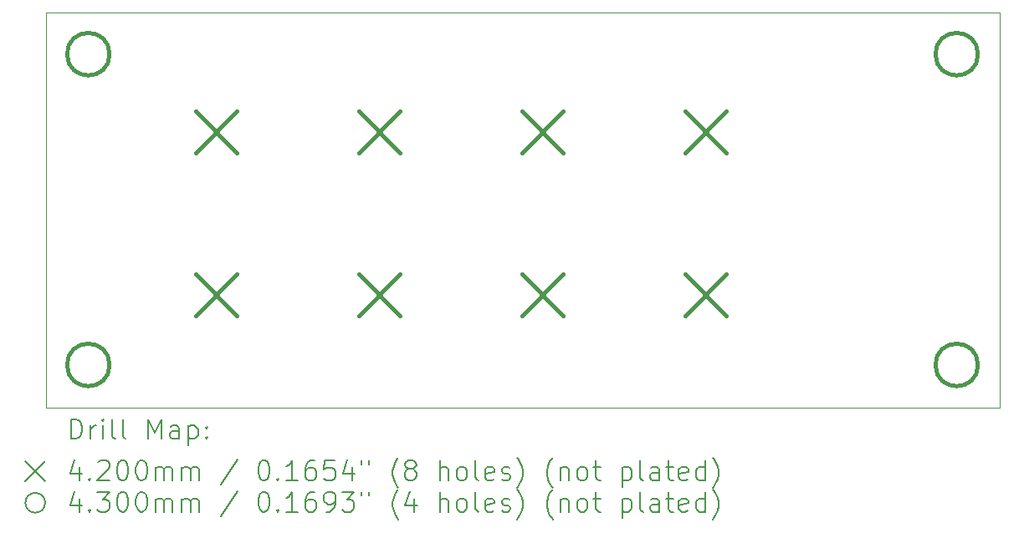
<source format=gbr>
%TF.GenerationSoftware,KiCad,Pcbnew,7.0.8*%
%TF.CreationDate,2023-10-22T18:36:18+02:00*%
%TF.ProjectId,Second test with RGB LEDs,5365636f-6e64-4207-9465-737420776974,rev?*%
%TF.SameCoordinates,Original*%
%TF.FileFunction,Drillmap*%
%TF.FilePolarity,Positive*%
%FSLAX45Y45*%
G04 Gerber Fmt 4.5, Leading zero omitted, Abs format (unit mm)*
G04 Created by KiCad (PCBNEW 7.0.8) date 2023-10-22 18:36:18*
%MOMM*%
%LPD*%
G01*
G04 APERTURE LIST*
%ADD10C,0.100000*%
%ADD11C,0.200000*%
%ADD12C,0.420000*%
%ADD13C,0.430000*%
G04 APERTURE END LIST*
D10*
X20624800Y-8001000D02*
X10972800Y-8001000D01*
X10972800Y-4000500D02*
X10972800Y-8001000D01*
X10972800Y-4000500D02*
X20624800Y-4000500D01*
X20624800Y-4000500D02*
X20624800Y-8001000D01*
D11*
D12*
X12489999Y-4997001D02*
X12909999Y-5417001D01*
X12909999Y-4997001D02*
X12489999Y-5417001D01*
X12489999Y-6648000D02*
X12909999Y-7068000D01*
X12909999Y-6648000D02*
X12489999Y-7068000D01*
X14140999Y-6648000D02*
X14560999Y-7068000D01*
X14560999Y-6648000D02*
X14140999Y-7068000D01*
X14141000Y-4997000D02*
X14561000Y-5417000D01*
X14561000Y-4997000D02*
X14141000Y-5417000D01*
X15791999Y-6648000D02*
X16211999Y-7068000D01*
X16211999Y-6648000D02*
X15791999Y-7068000D01*
X15792000Y-4997000D02*
X16212000Y-5417000D01*
X16212000Y-4997000D02*
X15792000Y-5417000D01*
X17442999Y-6648000D02*
X17862999Y-7068000D01*
X17862999Y-6648000D02*
X17442999Y-7068000D01*
X17443000Y-4997000D02*
X17863000Y-5417000D01*
X17863000Y-4997000D02*
X17443000Y-5417000D01*
D13*
X11619600Y-4419600D02*
G75*
G03*
X11619600Y-4419600I-215000J0D01*
G01*
X11619600Y-7569200D02*
G75*
G03*
X11619600Y-7569200I-215000J0D01*
G01*
X20408000Y-4419600D02*
G75*
G03*
X20408000Y-4419600I-215000J0D01*
G01*
X20408000Y-7569200D02*
G75*
G03*
X20408000Y-7569200I-215000J0D01*
G01*
D11*
X11228577Y-8317484D02*
X11228577Y-8117484D01*
X11228577Y-8117484D02*
X11276196Y-8117484D01*
X11276196Y-8117484D02*
X11304767Y-8127008D01*
X11304767Y-8127008D02*
X11323815Y-8146055D01*
X11323815Y-8146055D02*
X11333339Y-8165103D01*
X11333339Y-8165103D02*
X11342862Y-8203198D01*
X11342862Y-8203198D02*
X11342862Y-8231769D01*
X11342862Y-8231769D02*
X11333339Y-8269865D01*
X11333339Y-8269865D02*
X11323815Y-8288912D01*
X11323815Y-8288912D02*
X11304767Y-8307960D01*
X11304767Y-8307960D02*
X11276196Y-8317484D01*
X11276196Y-8317484D02*
X11228577Y-8317484D01*
X11428577Y-8317484D02*
X11428577Y-8184150D01*
X11428577Y-8222246D02*
X11438101Y-8203198D01*
X11438101Y-8203198D02*
X11447624Y-8193674D01*
X11447624Y-8193674D02*
X11466672Y-8184150D01*
X11466672Y-8184150D02*
X11485720Y-8184150D01*
X11552386Y-8317484D02*
X11552386Y-8184150D01*
X11552386Y-8117484D02*
X11542862Y-8127008D01*
X11542862Y-8127008D02*
X11552386Y-8136531D01*
X11552386Y-8136531D02*
X11561910Y-8127008D01*
X11561910Y-8127008D02*
X11552386Y-8117484D01*
X11552386Y-8117484D02*
X11552386Y-8136531D01*
X11676196Y-8317484D02*
X11657148Y-8307960D01*
X11657148Y-8307960D02*
X11647624Y-8288912D01*
X11647624Y-8288912D02*
X11647624Y-8117484D01*
X11780958Y-8317484D02*
X11761910Y-8307960D01*
X11761910Y-8307960D02*
X11752386Y-8288912D01*
X11752386Y-8288912D02*
X11752386Y-8117484D01*
X12009529Y-8317484D02*
X12009529Y-8117484D01*
X12009529Y-8117484D02*
X12076196Y-8260341D01*
X12076196Y-8260341D02*
X12142862Y-8117484D01*
X12142862Y-8117484D02*
X12142862Y-8317484D01*
X12323815Y-8317484D02*
X12323815Y-8212722D01*
X12323815Y-8212722D02*
X12314291Y-8193674D01*
X12314291Y-8193674D02*
X12295243Y-8184150D01*
X12295243Y-8184150D02*
X12257148Y-8184150D01*
X12257148Y-8184150D02*
X12238101Y-8193674D01*
X12323815Y-8307960D02*
X12304767Y-8317484D01*
X12304767Y-8317484D02*
X12257148Y-8317484D01*
X12257148Y-8317484D02*
X12238101Y-8307960D01*
X12238101Y-8307960D02*
X12228577Y-8288912D01*
X12228577Y-8288912D02*
X12228577Y-8269865D01*
X12228577Y-8269865D02*
X12238101Y-8250817D01*
X12238101Y-8250817D02*
X12257148Y-8241293D01*
X12257148Y-8241293D02*
X12304767Y-8241293D01*
X12304767Y-8241293D02*
X12323815Y-8231769D01*
X12419053Y-8184150D02*
X12419053Y-8384150D01*
X12419053Y-8193674D02*
X12438101Y-8184150D01*
X12438101Y-8184150D02*
X12476196Y-8184150D01*
X12476196Y-8184150D02*
X12495243Y-8193674D01*
X12495243Y-8193674D02*
X12504767Y-8203198D01*
X12504767Y-8203198D02*
X12514291Y-8222246D01*
X12514291Y-8222246D02*
X12514291Y-8279388D01*
X12514291Y-8279388D02*
X12504767Y-8298436D01*
X12504767Y-8298436D02*
X12495243Y-8307960D01*
X12495243Y-8307960D02*
X12476196Y-8317484D01*
X12476196Y-8317484D02*
X12438101Y-8317484D01*
X12438101Y-8317484D02*
X12419053Y-8307960D01*
X12600005Y-8298436D02*
X12609529Y-8307960D01*
X12609529Y-8307960D02*
X12600005Y-8317484D01*
X12600005Y-8317484D02*
X12590482Y-8307960D01*
X12590482Y-8307960D02*
X12600005Y-8298436D01*
X12600005Y-8298436D02*
X12600005Y-8317484D01*
X12600005Y-8193674D02*
X12609529Y-8203198D01*
X12609529Y-8203198D02*
X12600005Y-8212722D01*
X12600005Y-8212722D02*
X12590482Y-8203198D01*
X12590482Y-8203198D02*
X12600005Y-8193674D01*
X12600005Y-8193674D02*
X12600005Y-8212722D01*
X10767800Y-8546000D02*
X10967800Y-8746000D01*
X10967800Y-8546000D02*
X10767800Y-8746000D01*
X11314291Y-8604150D02*
X11314291Y-8737484D01*
X11266672Y-8527960D02*
X11219053Y-8670817D01*
X11219053Y-8670817D02*
X11342862Y-8670817D01*
X11419053Y-8718436D02*
X11428577Y-8727960D01*
X11428577Y-8727960D02*
X11419053Y-8737484D01*
X11419053Y-8737484D02*
X11409529Y-8727960D01*
X11409529Y-8727960D02*
X11419053Y-8718436D01*
X11419053Y-8718436D02*
X11419053Y-8737484D01*
X11504767Y-8556531D02*
X11514291Y-8547008D01*
X11514291Y-8547008D02*
X11533339Y-8537484D01*
X11533339Y-8537484D02*
X11580958Y-8537484D01*
X11580958Y-8537484D02*
X11600005Y-8547008D01*
X11600005Y-8547008D02*
X11609529Y-8556531D01*
X11609529Y-8556531D02*
X11619053Y-8575579D01*
X11619053Y-8575579D02*
X11619053Y-8594627D01*
X11619053Y-8594627D02*
X11609529Y-8623198D01*
X11609529Y-8623198D02*
X11495243Y-8737484D01*
X11495243Y-8737484D02*
X11619053Y-8737484D01*
X11742862Y-8537484D02*
X11761910Y-8537484D01*
X11761910Y-8537484D02*
X11780958Y-8547008D01*
X11780958Y-8547008D02*
X11790482Y-8556531D01*
X11790482Y-8556531D02*
X11800005Y-8575579D01*
X11800005Y-8575579D02*
X11809529Y-8613674D01*
X11809529Y-8613674D02*
X11809529Y-8661293D01*
X11809529Y-8661293D02*
X11800005Y-8699389D01*
X11800005Y-8699389D02*
X11790482Y-8718436D01*
X11790482Y-8718436D02*
X11780958Y-8727960D01*
X11780958Y-8727960D02*
X11761910Y-8737484D01*
X11761910Y-8737484D02*
X11742862Y-8737484D01*
X11742862Y-8737484D02*
X11723815Y-8727960D01*
X11723815Y-8727960D02*
X11714291Y-8718436D01*
X11714291Y-8718436D02*
X11704767Y-8699389D01*
X11704767Y-8699389D02*
X11695243Y-8661293D01*
X11695243Y-8661293D02*
X11695243Y-8613674D01*
X11695243Y-8613674D02*
X11704767Y-8575579D01*
X11704767Y-8575579D02*
X11714291Y-8556531D01*
X11714291Y-8556531D02*
X11723815Y-8547008D01*
X11723815Y-8547008D02*
X11742862Y-8537484D01*
X11933339Y-8537484D02*
X11952386Y-8537484D01*
X11952386Y-8537484D02*
X11971434Y-8547008D01*
X11971434Y-8547008D02*
X11980958Y-8556531D01*
X11980958Y-8556531D02*
X11990482Y-8575579D01*
X11990482Y-8575579D02*
X12000005Y-8613674D01*
X12000005Y-8613674D02*
X12000005Y-8661293D01*
X12000005Y-8661293D02*
X11990482Y-8699389D01*
X11990482Y-8699389D02*
X11980958Y-8718436D01*
X11980958Y-8718436D02*
X11971434Y-8727960D01*
X11971434Y-8727960D02*
X11952386Y-8737484D01*
X11952386Y-8737484D02*
X11933339Y-8737484D01*
X11933339Y-8737484D02*
X11914291Y-8727960D01*
X11914291Y-8727960D02*
X11904767Y-8718436D01*
X11904767Y-8718436D02*
X11895243Y-8699389D01*
X11895243Y-8699389D02*
X11885720Y-8661293D01*
X11885720Y-8661293D02*
X11885720Y-8613674D01*
X11885720Y-8613674D02*
X11895243Y-8575579D01*
X11895243Y-8575579D02*
X11904767Y-8556531D01*
X11904767Y-8556531D02*
X11914291Y-8547008D01*
X11914291Y-8547008D02*
X11933339Y-8537484D01*
X12085720Y-8737484D02*
X12085720Y-8604150D01*
X12085720Y-8623198D02*
X12095243Y-8613674D01*
X12095243Y-8613674D02*
X12114291Y-8604150D01*
X12114291Y-8604150D02*
X12142863Y-8604150D01*
X12142863Y-8604150D02*
X12161910Y-8613674D01*
X12161910Y-8613674D02*
X12171434Y-8632722D01*
X12171434Y-8632722D02*
X12171434Y-8737484D01*
X12171434Y-8632722D02*
X12180958Y-8613674D01*
X12180958Y-8613674D02*
X12200005Y-8604150D01*
X12200005Y-8604150D02*
X12228577Y-8604150D01*
X12228577Y-8604150D02*
X12247624Y-8613674D01*
X12247624Y-8613674D02*
X12257148Y-8632722D01*
X12257148Y-8632722D02*
X12257148Y-8737484D01*
X12352386Y-8737484D02*
X12352386Y-8604150D01*
X12352386Y-8623198D02*
X12361910Y-8613674D01*
X12361910Y-8613674D02*
X12380958Y-8604150D01*
X12380958Y-8604150D02*
X12409529Y-8604150D01*
X12409529Y-8604150D02*
X12428577Y-8613674D01*
X12428577Y-8613674D02*
X12438101Y-8632722D01*
X12438101Y-8632722D02*
X12438101Y-8737484D01*
X12438101Y-8632722D02*
X12447624Y-8613674D01*
X12447624Y-8613674D02*
X12466672Y-8604150D01*
X12466672Y-8604150D02*
X12495243Y-8604150D01*
X12495243Y-8604150D02*
X12514291Y-8613674D01*
X12514291Y-8613674D02*
X12523815Y-8632722D01*
X12523815Y-8632722D02*
X12523815Y-8737484D01*
X12914291Y-8527960D02*
X12742863Y-8785103D01*
X13171434Y-8537484D02*
X13190482Y-8537484D01*
X13190482Y-8537484D02*
X13209529Y-8547008D01*
X13209529Y-8547008D02*
X13219053Y-8556531D01*
X13219053Y-8556531D02*
X13228577Y-8575579D01*
X13228577Y-8575579D02*
X13238101Y-8613674D01*
X13238101Y-8613674D02*
X13238101Y-8661293D01*
X13238101Y-8661293D02*
X13228577Y-8699389D01*
X13228577Y-8699389D02*
X13219053Y-8718436D01*
X13219053Y-8718436D02*
X13209529Y-8727960D01*
X13209529Y-8727960D02*
X13190482Y-8737484D01*
X13190482Y-8737484D02*
X13171434Y-8737484D01*
X13171434Y-8737484D02*
X13152386Y-8727960D01*
X13152386Y-8727960D02*
X13142863Y-8718436D01*
X13142863Y-8718436D02*
X13133339Y-8699389D01*
X13133339Y-8699389D02*
X13123815Y-8661293D01*
X13123815Y-8661293D02*
X13123815Y-8613674D01*
X13123815Y-8613674D02*
X13133339Y-8575579D01*
X13133339Y-8575579D02*
X13142863Y-8556531D01*
X13142863Y-8556531D02*
X13152386Y-8547008D01*
X13152386Y-8547008D02*
X13171434Y-8537484D01*
X13323815Y-8718436D02*
X13333339Y-8727960D01*
X13333339Y-8727960D02*
X13323815Y-8737484D01*
X13323815Y-8737484D02*
X13314291Y-8727960D01*
X13314291Y-8727960D02*
X13323815Y-8718436D01*
X13323815Y-8718436D02*
X13323815Y-8737484D01*
X13523815Y-8737484D02*
X13409529Y-8737484D01*
X13466672Y-8737484D02*
X13466672Y-8537484D01*
X13466672Y-8537484D02*
X13447625Y-8566055D01*
X13447625Y-8566055D02*
X13428577Y-8585103D01*
X13428577Y-8585103D02*
X13409529Y-8594627D01*
X13695244Y-8537484D02*
X13657148Y-8537484D01*
X13657148Y-8537484D02*
X13638101Y-8547008D01*
X13638101Y-8547008D02*
X13628577Y-8556531D01*
X13628577Y-8556531D02*
X13609529Y-8585103D01*
X13609529Y-8585103D02*
X13600006Y-8623198D01*
X13600006Y-8623198D02*
X13600006Y-8699389D01*
X13600006Y-8699389D02*
X13609529Y-8718436D01*
X13609529Y-8718436D02*
X13619053Y-8727960D01*
X13619053Y-8727960D02*
X13638101Y-8737484D01*
X13638101Y-8737484D02*
X13676196Y-8737484D01*
X13676196Y-8737484D02*
X13695244Y-8727960D01*
X13695244Y-8727960D02*
X13704767Y-8718436D01*
X13704767Y-8718436D02*
X13714291Y-8699389D01*
X13714291Y-8699389D02*
X13714291Y-8651770D01*
X13714291Y-8651770D02*
X13704767Y-8632722D01*
X13704767Y-8632722D02*
X13695244Y-8623198D01*
X13695244Y-8623198D02*
X13676196Y-8613674D01*
X13676196Y-8613674D02*
X13638101Y-8613674D01*
X13638101Y-8613674D02*
X13619053Y-8623198D01*
X13619053Y-8623198D02*
X13609529Y-8632722D01*
X13609529Y-8632722D02*
X13600006Y-8651770D01*
X13895244Y-8537484D02*
X13800006Y-8537484D01*
X13800006Y-8537484D02*
X13790482Y-8632722D01*
X13790482Y-8632722D02*
X13800006Y-8623198D01*
X13800006Y-8623198D02*
X13819053Y-8613674D01*
X13819053Y-8613674D02*
X13866672Y-8613674D01*
X13866672Y-8613674D02*
X13885720Y-8623198D01*
X13885720Y-8623198D02*
X13895244Y-8632722D01*
X13895244Y-8632722D02*
X13904767Y-8651770D01*
X13904767Y-8651770D02*
X13904767Y-8699389D01*
X13904767Y-8699389D02*
X13895244Y-8718436D01*
X13895244Y-8718436D02*
X13885720Y-8727960D01*
X13885720Y-8727960D02*
X13866672Y-8737484D01*
X13866672Y-8737484D02*
X13819053Y-8737484D01*
X13819053Y-8737484D02*
X13800006Y-8727960D01*
X13800006Y-8727960D02*
X13790482Y-8718436D01*
X14076196Y-8604150D02*
X14076196Y-8737484D01*
X14028577Y-8527960D02*
X13980958Y-8670817D01*
X13980958Y-8670817D02*
X14104767Y-8670817D01*
X14171434Y-8537484D02*
X14171434Y-8575579D01*
X14247625Y-8537484D02*
X14247625Y-8575579D01*
X14542863Y-8813674D02*
X14533339Y-8804150D01*
X14533339Y-8804150D02*
X14514291Y-8775579D01*
X14514291Y-8775579D02*
X14504768Y-8756531D01*
X14504768Y-8756531D02*
X14495244Y-8727960D01*
X14495244Y-8727960D02*
X14485720Y-8680341D01*
X14485720Y-8680341D02*
X14485720Y-8642246D01*
X14485720Y-8642246D02*
X14495244Y-8594627D01*
X14495244Y-8594627D02*
X14504768Y-8566055D01*
X14504768Y-8566055D02*
X14514291Y-8547008D01*
X14514291Y-8547008D02*
X14533339Y-8518436D01*
X14533339Y-8518436D02*
X14542863Y-8508912D01*
X14647625Y-8623198D02*
X14628577Y-8613674D01*
X14628577Y-8613674D02*
X14619053Y-8604150D01*
X14619053Y-8604150D02*
X14609529Y-8585103D01*
X14609529Y-8585103D02*
X14609529Y-8575579D01*
X14609529Y-8575579D02*
X14619053Y-8556531D01*
X14619053Y-8556531D02*
X14628577Y-8547008D01*
X14628577Y-8547008D02*
X14647625Y-8537484D01*
X14647625Y-8537484D02*
X14685720Y-8537484D01*
X14685720Y-8537484D02*
X14704768Y-8547008D01*
X14704768Y-8547008D02*
X14714291Y-8556531D01*
X14714291Y-8556531D02*
X14723815Y-8575579D01*
X14723815Y-8575579D02*
X14723815Y-8585103D01*
X14723815Y-8585103D02*
X14714291Y-8604150D01*
X14714291Y-8604150D02*
X14704768Y-8613674D01*
X14704768Y-8613674D02*
X14685720Y-8623198D01*
X14685720Y-8623198D02*
X14647625Y-8623198D01*
X14647625Y-8623198D02*
X14628577Y-8632722D01*
X14628577Y-8632722D02*
X14619053Y-8642246D01*
X14619053Y-8642246D02*
X14609529Y-8661293D01*
X14609529Y-8661293D02*
X14609529Y-8699389D01*
X14609529Y-8699389D02*
X14619053Y-8718436D01*
X14619053Y-8718436D02*
X14628577Y-8727960D01*
X14628577Y-8727960D02*
X14647625Y-8737484D01*
X14647625Y-8737484D02*
X14685720Y-8737484D01*
X14685720Y-8737484D02*
X14704768Y-8727960D01*
X14704768Y-8727960D02*
X14714291Y-8718436D01*
X14714291Y-8718436D02*
X14723815Y-8699389D01*
X14723815Y-8699389D02*
X14723815Y-8661293D01*
X14723815Y-8661293D02*
X14714291Y-8642246D01*
X14714291Y-8642246D02*
X14704768Y-8632722D01*
X14704768Y-8632722D02*
X14685720Y-8623198D01*
X14961910Y-8737484D02*
X14961910Y-8537484D01*
X15047625Y-8737484D02*
X15047625Y-8632722D01*
X15047625Y-8632722D02*
X15038101Y-8613674D01*
X15038101Y-8613674D02*
X15019053Y-8604150D01*
X15019053Y-8604150D02*
X14990482Y-8604150D01*
X14990482Y-8604150D02*
X14971434Y-8613674D01*
X14971434Y-8613674D02*
X14961910Y-8623198D01*
X15171434Y-8737484D02*
X15152387Y-8727960D01*
X15152387Y-8727960D02*
X15142863Y-8718436D01*
X15142863Y-8718436D02*
X15133339Y-8699389D01*
X15133339Y-8699389D02*
X15133339Y-8642246D01*
X15133339Y-8642246D02*
X15142863Y-8623198D01*
X15142863Y-8623198D02*
X15152387Y-8613674D01*
X15152387Y-8613674D02*
X15171434Y-8604150D01*
X15171434Y-8604150D02*
X15200006Y-8604150D01*
X15200006Y-8604150D02*
X15219053Y-8613674D01*
X15219053Y-8613674D02*
X15228577Y-8623198D01*
X15228577Y-8623198D02*
X15238101Y-8642246D01*
X15238101Y-8642246D02*
X15238101Y-8699389D01*
X15238101Y-8699389D02*
X15228577Y-8718436D01*
X15228577Y-8718436D02*
X15219053Y-8727960D01*
X15219053Y-8727960D02*
X15200006Y-8737484D01*
X15200006Y-8737484D02*
X15171434Y-8737484D01*
X15352387Y-8737484D02*
X15333339Y-8727960D01*
X15333339Y-8727960D02*
X15323815Y-8708912D01*
X15323815Y-8708912D02*
X15323815Y-8537484D01*
X15504768Y-8727960D02*
X15485720Y-8737484D01*
X15485720Y-8737484D02*
X15447625Y-8737484D01*
X15447625Y-8737484D02*
X15428577Y-8727960D01*
X15428577Y-8727960D02*
X15419053Y-8708912D01*
X15419053Y-8708912D02*
X15419053Y-8632722D01*
X15419053Y-8632722D02*
X15428577Y-8613674D01*
X15428577Y-8613674D02*
X15447625Y-8604150D01*
X15447625Y-8604150D02*
X15485720Y-8604150D01*
X15485720Y-8604150D02*
X15504768Y-8613674D01*
X15504768Y-8613674D02*
X15514291Y-8632722D01*
X15514291Y-8632722D02*
X15514291Y-8651770D01*
X15514291Y-8651770D02*
X15419053Y-8670817D01*
X15590482Y-8727960D02*
X15609530Y-8737484D01*
X15609530Y-8737484D02*
X15647625Y-8737484D01*
X15647625Y-8737484D02*
X15666672Y-8727960D01*
X15666672Y-8727960D02*
X15676196Y-8708912D01*
X15676196Y-8708912D02*
X15676196Y-8699389D01*
X15676196Y-8699389D02*
X15666672Y-8680341D01*
X15666672Y-8680341D02*
X15647625Y-8670817D01*
X15647625Y-8670817D02*
X15619053Y-8670817D01*
X15619053Y-8670817D02*
X15600006Y-8661293D01*
X15600006Y-8661293D02*
X15590482Y-8642246D01*
X15590482Y-8642246D02*
X15590482Y-8632722D01*
X15590482Y-8632722D02*
X15600006Y-8613674D01*
X15600006Y-8613674D02*
X15619053Y-8604150D01*
X15619053Y-8604150D02*
X15647625Y-8604150D01*
X15647625Y-8604150D02*
X15666672Y-8613674D01*
X15742863Y-8813674D02*
X15752387Y-8804150D01*
X15752387Y-8804150D02*
X15771434Y-8775579D01*
X15771434Y-8775579D02*
X15780958Y-8756531D01*
X15780958Y-8756531D02*
X15790482Y-8727960D01*
X15790482Y-8727960D02*
X15800006Y-8680341D01*
X15800006Y-8680341D02*
X15800006Y-8642246D01*
X15800006Y-8642246D02*
X15790482Y-8594627D01*
X15790482Y-8594627D02*
X15780958Y-8566055D01*
X15780958Y-8566055D02*
X15771434Y-8547008D01*
X15771434Y-8547008D02*
X15752387Y-8518436D01*
X15752387Y-8518436D02*
X15742863Y-8508912D01*
X16104768Y-8813674D02*
X16095244Y-8804150D01*
X16095244Y-8804150D02*
X16076196Y-8775579D01*
X16076196Y-8775579D02*
X16066672Y-8756531D01*
X16066672Y-8756531D02*
X16057149Y-8727960D01*
X16057149Y-8727960D02*
X16047625Y-8680341D01*
X16047625Y-8680341D02*
X16047625Y-8642246D01*
X16047625Y-8642246D02*
X16057149Y-8594627D01*
X16057149Y-8594627D02*
X16066672Y-8566055D01*
X16066672Y-8566055D02*
X16076196Y-8547008D01*
X16076196Y-8547008D02*
X16095244Y-8518436D01*
X16095244Y-8518436D02*
X16104768Y-8508912D01*
X16180958Y-8604150D02*
X16180958Y-8737484D01*
X16180958Y-8623198D02*
X16190482Y-8613674D01*
X16190482Y-8613674D02*
X16209530Y-8604150D01*
X16209530Y-8604150D02*
X16238101Y-8604150D01*
X16238101Y-8604150D02*
X16257149Y-8613674D01*
X16257149Y-8613674D02*
X16266672Y-8632722D01*
X16266672Y-8632722D02*
X16266672Y-8737484D01*
X16390482Y-8737484D02*
X16371434Y-8727960D01*
X16371434Y-8727960D02*
X16361911Y-8718436D01*
X16361911Y-8718436D02*
X16352387Y-8699389D01*
X16352387Y-8699389D02*
X16352387Y-8642246D01*
X16352387Y-8642246D02*
X16361911Y-8623198D01*
X16361911Y-8623198D02*
X16371434Y-8613674D01*
X16371434Y-8613674D02*
X16390482Y-8604150D01*
X16390482Y-8604150D02*
X16419053Y-8604150D01*
X16419053Y-8604150D02*
X16438101Y-8613674D01*
X16438101Y-8613674D02*
X16447625Y-8623198D01*
X16447625Y-8623198D02*
X16457149Y-8642246D01*
X16457149Y-8642246D02*
X16457149Y-8699389D01*
X16457149Y-8699389D02*
X16447625Y-8718436D01*
X16447625Y-8718436D02*
X16438101Y-8727960D01*
X16438101Y-8727960D02*
X16419053Y-8737484D01*
X16419053Y-8737484D02*
X16390482Y-8737484D01*
X16514292Y-8604150D02*
X16590482Y-8604150D01*
X16542863Y-8537484D02*
X16542863Y-8708912D01*
X16542863Y-8708912D02*
X16552387Y-8727960D01*
X16552387Y-8727960D02*
X16571434Y-8737484D01*
X16571434Y-8737484D02*
X16590482Y-8737484D01*
X16809530Y-8604150D02*
X16809530Y-8804150D01*
X16809530Y-8613674D02*
X16828577Y-8604150D01*
X16828577Y-8604150D02*
X16866673Y-8604150D01*
X16866673Y-8604150D02*
X16885720Y-8613674D01*
X16885720Y-8613674D02*
X16895244Y-8623198D01*
X16895244Y-8623198D02*
X16904768Y-8642246D01*
X16904768Y-8642246D02*
X16904768Y-8699389D01*
X16904768Y-8699389D02*
X16895244Y-8718436D01*
X16895244Y-8718436D02*
X16885720Y-8727960D01*
X16885720Y-8727960D02*
X16866673Y-8737484D01*
X16866673Y-8737484D02*
X16828577Y-8737484D01*
X16828577Y-8737484D02*
X16809530Y-8727960D01*
X17019054Y-8737484D02*
X17000006Y-8727960D01*
X17000006Y-8727960D02*
X16990482Y-8708912D01*
X16990482Y-8708912D02*
X16990482Y-8537484D01*
X17180958Y-8737484D02*
X17180958Y-8632722D01*
X17180958Y-8632722D02*
X17171435Y-8613674D01*
X17171435Y-8613674D02*
X17152387Y-8604150D01*
X17152387Y-8604150D02*
X17114292Y-8604150D01*
X17114292Y-8604150D02*
X17095244Y-8613674D01*
X17180958Y-8727960D02*
X17161911Y-8737484D01*
X17161911Y-8737484D02*
X17114292Y-8737484D01*
X17114292Y-8737484D02*
X17095244Y-8727960D01*
X17095244Y-8727960D02*
X17085720Y-8708912D01*
X17085720Y-8708912D02*
X17085720Y-8689865D01*
X17085720Y-8689865D02*
X17095244Y-8670817D01*
X17095244Y-8670817D02*
X17114292Y-8661293D01*
X17114292Y-8661293D02*
X17161911Y-8661293D01*
X17161911Y-8661293D02*
X17180958Y-8651770D01*
X17247625Y-8604150D02*
X17323815Y-8604150D01*
X17276196Y-8537484D02*
X17276196Y-8708912D01*
X17276196Y-8708912D02*
X17285720Y-8727960D01*
X17285720Y-8727960D02*
X17304768Y-8737484D01*
X17304768Y-8737484D02*
X17323815Y-8737484D01*
X17466673Y-8727960D02*
X17447625Y-8737484D01*
X17447625Y-8737484D02*
X17409530Y-8737484D01*
X17409530Y-8737484D02*
X17390482Y-8727960D01*
X17390482Y-8727960D02*
X17380958Y-8708912D01*
X17380958Y-8708912D02*
X17380958Y-8632722D01*
X17380958Y-8632722D02*
X17390482Y-8613674D01*
X17390482Y-8613674D02*
X17409530Y-8604150D01*
X17409530Y-8604150D02*
X17447625Y-8604150D01*
X17447625Y-8604150D02*
X17466673Y-8613674D01*
X17466673Y-8613674D02*
X17476196Y-8632722D01*
X17476196Y-8632722D02*
X17476196Y-8651770D01*
X17476196Y-8651770D02*
X17380958Y-8670817D01*
X17647625Y-8737484D02*
X17647625Y-8537484D01*
X17647625Y-8727960D02*
X17628577Y-8737484D01*
X17628577Y-8737484D02*
X17590482Y-8737484D01*
X17590482Y-8737484D02*
X17571435Y-8727960D01*
X17571435Y-8727960D02*
X17561911Y-8718436D01*
X17561911Y-8718436D02*
X17552387Y-8699389D01*
X17552387Y-8699389D02*
X17552387Y-8642246D01*
X17552387Y-8642246D02*
X17561911Y-8623198D01*
X17561911Y-8623198D02*
X17571435Y-8613674D01*
X17571435Y-8613674D02*
X17590482Y-8604150D01*
X17590482Y-8604150D02*
X17628577Y-8604150D01*
X17628577Y-8604150D02*
X17647625Y-8613674D01*
X17723816Y-8813674D02*
X17733339Y-8804150D01*
X17733339Y-8804150D02*
X17752387Y-8775579D01*
X17752387Y-8775579D02*
X17761911Y-8756531D01*
X17761911Y-8756531D02*
X17771435Y-8727960D01*
X17771435Y-8727960D02*
X17780958Y-8680341D01*
X17780958Y-8680341D02*
X17780958Y-8642246D01*
X17780958Y-8642246D02*
X17771435Y-8594627D01*
X17771435Y-8594627D02*
X17761911Y-8566055D01*
X17761911Y-8566055D02*
X17752387Y-8547008D01*
X17752387Y-8547008D02*
X17733339Y-8518436D01*
X17733339Y-8518436D02*
X17723816Y-8508912D01*
X10967800Y-8966000D02*
G75*
G03*
X10967800Y-8966000I-100000J0D01*
G01*
X11314291Y-8924150D02*
X11314291Y-9057484D01*
X11266672Y-8847960D02*
X11219053Y-8990817D01*
X11219053Y-8990817D02*
X11342862Y-8990817D01*
X11419053Y-9038436D02*
X11428577Y-9047960D01*
X11428577Y-9047960D02*
X11419053Y-9057484D01*
X11419053Y-9057484D02*
X11409529Y-9047960D01*
X11409529Y-9047960D02*
X11419053Y-9038436D01*
X11419053Y-9038436D02*
X11419053Y-9057484D01*
X11495243Y-8857484D02*
X11619053Y-8857484D01*
X11619053Y-8857484D02*
X11552386Y-8933674D01*
X11552386Y-8933674D02*
X11580958Y-8933674D01*
X11580958Y-8933674D02*
X11600005Y-8943198D01*
X11600005Y-8943198D02*
X11609529Y-8952722D01*
X11609529Y-8952722D02*
X11619053Y-8971770D01*
X11619053Y-8971770D02*
X11619053Y-9019389D01*
X11619053Y-9019389D02*
X11609529Y-9038436D01*
X11609529Y-9038436D02*
X11600005Y-9047960D01*
X11600005Y-9047960D02*
X11580958Y-9057484D01*
X11580958Y-9057484D02*
X11523815Y-9057484D01*
X11523815Y-9057484D02*
X11504767Y-9047960D01*
X11504767Y-9047960D02*
X11495243Y-9038436D01*
X11742862Y-8857484D02*
X11761910Y-8857484D01*
X11761910Y-8857484D02*
X11780958Y-8867008D01*
X11780958Y-8867008D02*
X11790482Y-8876531D01*
X11790482Y-8876531D02*
X11800005Y-8895579D01*
X11800005Y-8895579D02*
X11809529Y-8933674D01*
X11809529Y-8933674D02*
X11809529Y-8981293D01*
X11809529Y-8981293D02*
X11800005Y-9019389D01*
X11800005Y-9019389D02*
X11790482Y-9038436D01*
X11790482Y-9038436D02*
X11780958Y-9047960D01*
X11780958Y-9047960D02*
X11761910Y-9057484D01*
X11761910Y-9057484D02*
X11742862Y-9057484D01*
X11742862Y-9057484D02*
X11723815Y-9047960D01*
X11723815Y-9047960D02*
X11714291Y-9038436D01*
X11714291Y-9038436D02*
X11704767Y-9019389D01*
X11704767Y-9019389D02*
X11695243Y-8981293D01*
X11695243Y-8981293D02*
X11695243Y-8933674D01*
X11695243Y-8933674D02*
X11704767Y-8895579D01*
X11704767Y-8895579D02*
X11714291Y-8876531D01*
X11714291Y-8876531D02*
X11723815Y-8867008D01*
X11723815Y-8867008D02*
X11742862Y-8857484D01*
X11933339Y-8857484D02*
X11952386Y-8857484D01*
X11952386Y-8857484D02*
X11971434Y-8867008D01*
X11971434Y-8867008D02*
X11980958Y-8876531D01*
X11980958Y-8876531D02*
X11990482Y-8895579D01*
X11990482Y-8895579D02*
X12000005Y-8933674D01*
X12000005Y-8933674D02*
X12000005Y-8981293D01*
X12000005Y-8981293D02*
X11990482Y-9019389D01*
X11990482Y-9019389D02*
X11980958Y-9038436D01*
X11980958Y-9038436D02*
X11971434Y-9047960D01*
X11971434Y-9047960D02*
X11952386Y-9057484D01*
X11952386Y-9057484D02*
X11933339Y-9057484D01*
X11933339Y-9057484D02*
X11914291Y-9047960D01*
X11914291Y-9047960D02*
X11904767Y-9038436D01*
X11904767Y-9038436D02*
X11895243Y-9019389D01*
X11895243Y-9019389D02*
X11885720Y-8981293D01*
X11885720Y-8981293D02*
X11885720Y-8933674D01*
X11885720Y-8933674D02*
X11895243Y-8895579D01*
X11895243Y-8895579D02*
X11904767Y-8876531D01*
X11904767Y-8876531D02*
X11914291Y-8867008D01*
X11914291Y-8867008D02*
X11933339Y-8857484D01*
X12085720Y-9057484D02*
X12085720Y-8924150D01*
X12085720Y-8943198D02*
X12095243Y-8933674D01*
X12095243Y-8933674D02*
X12114291Y-8924150D01*
X12114291Y-8924150D02*
X12142863Y-8924150D01*
X12142863Y-8924150D02*
X12161910Y-8933674D01*
X12161910Y-8933674D02*
X12171434Y-8952722D01*
X12171434Y-8952722D02*
X12171434Y-9057484D01*
X12171434Y-8952722D02*
X12180958Y-8933674D01*
X12180958Y-8933674D02*
X12200005Y-8924150D01*
X12200005Y-8924150D02*
X12228577Y-8924150D01*
X12228577Y-8924150D02*
X12247624Y-8933674D01*
X12247624Y-8933674D02*
X12257148Y-8952722D01*
X12257148Y-8952722D02*
X12257148Y-9057484D01*
X12352386Y-9057484D02*
X12352386Y-8924150D01*
X12352386Y-8943198D02*
X12361910Y-8933674D01*
X12361910Y-8933674D02*
X12380958Y-8924150D01*
X12380958Y-8924150D02*
X12409529Y-8924150D01*
X12409529Y-8924150D02*
X12428577Y-8933674D01*
X12428577Y-8933674D02*
X12438101Y-8952722D01*
X12438101Y-8952722D02*
X12438101Y-9057484D01*
X12438101Y-8952722D02*
X12447624Y-8933674D01*
X12447624Y-8933674D02*
X12466672Y-8924150D01*
X12466672Y-8924150D02*
X12495243Y-8924150D01*
X12495243Y-8924150D02*
X12514291Y-8933674D01*
X12514291Y-8933674D02*
X12523815Y-8952722D01*
X12523815Y-8952722D02*
X12523815Y-9057484D01*
X12914291Y-8847960D02*
X12742863Y-9105103D01*
X13171434Y-8857484D02*
X13190482Y-8857484D01*
X13190482Y-8857484D02*
X13209529Y-8867008D01*
X13209529Y-8867008D02*
X13219053Y-8876531D01*
X13219053Y-8876531D02*
X13228577Y-8895579D01*
X13228577Y-8895579D02*
X13238101Y-8933674D01*
X13238101Y-8933674D02*
X13238101Y-8981293D01*
X13238101Y-8981293D02*
X13228577Y-9019389D01*
X13228577Y-9019389D02*
X13219053Y-9038436D01*
X13219053Y-9038436D02*
X13209529Y-9047960D01*
X13209529Y-9047960D02*
X13190482Y-9057484D01*
X13190482Y-9057484D02*
X13171434Y-9057484D01*
X13171434Y-9057484D02*
X13152386Y-9047960D01*
X13152386Y-9047960D02*
X13142863Y-9038436D01*
X13142863Y-9038436D02*
X13133339Y-9019389D01*
X13133339Y-9019389D02*
X13123815Y-8981293D01*
X13123815Y-8981293D02*
X13123815Y-8933674D01*
X13123815Y-8933674D02*
X13133339Y-8895579D01*
X13133339Y-8895579D02*
X13142863Y-8876531D01*
X13142863Y-8876531D02*
X13152386Y-8867008D01*
X13152386Y-8867008D02*
X13171434Y-8857484D01*
X13323815Y-9038436D02*
X13333339Y-9047960D01*
X13333339Y-9047960D02*
X13323815Y-9057484D01*
X13323815Y-9057484D02*
X13314291Y-9047960D01*
X13314291Y-9047960D02*
X13323815Y-9038436D01*
X13323815Y-9038436D02*
X13323815Y-9057484D01*
X13523815Y-9057484D02*
X13409529Y-9057484D01*
X13466672Y-9057484D02*
X13466672Y-8857484D01*
X13466672Y-8857484D02*
X13447625Y-8886055D01*
X13447625Y-8886055D02*
X13428577Y-8905103D01*
X13428577Y-8905103D02*
X13409529Y-8914627D01*
X13695244Y-8857484D02*
X13657148Y-8857484D01*
X13657148Y-8857484D02*
X13638101Y-8867008D01*
X13638101Y-8867008D02*
X13628577Y-8876531D01*
X13628577Y-8876531D02*
X13609529Y-8905103D01*
X13609529Y-8905103D02*
X13600006Y-8943198D01*
X13600006Y-8943198D02*
X13600006Y-9019389D01*
X13600006Y-9019389D02*
X13609529Y-9038436D01*
X13609529Y-9038436D02*
X13619053Y-9047960D01*
X13619053Y-9047960D02*
X13638101Y-9057484D01*
X13638101Y-9057484D02*
X13676196Y-9057484D01*
X13676196Y-9057484D02*
X13695244Y-9047960D01*
X13695244Y-9047960D02*
X13704767Y-9038436D01*
X13704767Y-9038436D02*
X13714291Y-9019389D01*
X13714291Y-9019389D02*
X13714291Y-8971770D01*
X13714291Y-8971770D02*
X13704767Y-8952722D01*
X13704767Y-8952722D02*
X13695244Y-8943198D01*
X13695244Y-8943198D02*
X13676196Y-8933674D01*
X13676196Y-8933674D02*
X13638101Y-8933674D01*
X13638101Y-8933674D02*
X13619053Y-8943198D01*
X13619053Y-8943198D02*
X13609529Y-8952722D01*
X13609529Y-8952722D02*
X13600006Y-8971770D01*
X13809529Y-9057484D02*
X13847625Y-9057484D01*
X13847625Y-9057484D02*
X13866672Y-9047960D01*
X13866672Y-9047960D02*
X13876196Y-9038436D01*
X13876196Y-9038436D02*
X13895244Y-9009865D01*
X13895244Y-9009865D02*
X13904767Y-8971770D01*
X13904767Y-8971770D02*
X13904767Y-8895579D01*
X13904767Y-8895579D02*
X13895244Y-8876531D01*
X13895244Y-8876531D02*
X13885720Y-8867008D01*
X13885720Y-8867008D02*
X13866672Y-8857484D01*
X13866672Y-8857484D02*
X13828577Y-8857484D01*
X13828577Y-8857484D02*
X13809529Y-8867008D01*
X13809529Y-8867008D02*
X13800006Y-8876531D01*
X13800006Y-8876531D02*
X13790482Y-8895579D01*
X13790482Y-8895579D02*
X13790482Y-8943198D01*
X13790482Y-8943198D02*
X13800006Y-8962246D01*
X13800006Y-8962246D02*
X13809529Y-8971770D01*
X13809529Y-8971770D02*
X13828577Y-8981293D01*
X13828577Y-8981293D02*
X13866672Y-8981293D01*
X13866672Y-8981293D02*
X13885720Y-8971770D01*
X13885720Y-8971770D02*
X13895244Y-8962246D01*
X13895244Y-8962246D02*
X13904767Y-8943198D01*
X13971434Y-8857484D02*
X14095244Y-8857484D01*
X14095244Y-8857484D02*
X14028577Y-8933674D01*
X14028577Y-8933674D02*
X14057148Y-8933674D01*
X14057148Y-8933674D02*
X14076196Y-8943198D01*
X14076196Y-8943198D02*
X14085720Y-8952722D01*
X14085720Y-8952722D02*
X14095244Y-8971770D01*
X14095244Y-8971770D02*
X14095244Y-9019389D01*
X14095244Y-9019389D02*
X14085720Y-9038436D01*
X14085720Y-9038436D02*
X14076196Y-9047960D01*
X14076196Y-9047960D02*
X14057148Y-9057484D01*
X14057148Y-9057484D02*
X14000006Y-9057484D01*
X14000006Y-9057484D02*
X13980958Y-9047960D01*
X13980958Y-9047960D02*
X13971434Y-9038436D01*
X14171434Y-8857484D02*
X14171434Y-8895579D01*
X14247625Y-8857484D02*
X14247625Y-8895579D01*
X14542863Y-9133674D02*
X14533339Y-9124150D01*
X14533339Y-9124150D02*
X14514291Y-9095579D01*
X14514291Y-9095579D02*
X14504768Y-9076531D01*
X14504768Y-9076531D02*
X14495244Y-9047960D01*
X14495244Y-9047960D02*
X14485720Y-9000341D01*
X14485720Y-9000341D02*
X14485720Y-8962246D01*
X14485720Y-8962246D02*
X14495244Y-8914627D01*
X14495244Y-8914627D02*
X14504768Y-8886055D01*
X14504768Y-8886055D02*
X14514291Y-8867008D01*
X14514291Y-8867008D02*
X14533339Y-8838436D01*
X14533339Y-8838436D02*
X14542863Y-8828912D01*
X14704768Y-8924150D02*
X14704768Y-9057484D01*
X14657148Y-8847960D02*
X14609529Y-8990817D01*
X14609529Y-8990817D02*
X14733339Y-8990817D01*
X14961910Y-9057484D02*
X14961910Y-8857484D01*
X15047625Y-9057484D02*
X15047625Y-8952722D01*
X15047625Y-8952722D02*
X15038101Y-8933674D01*
X15038101Y-8933674D02*
X15019053Y-8924150D01*
X15019053Y-8924150D02*
X14990482Y-8924150D01*
X14990482Y-8924150D02*
X14971434Y-8933674D01*
X14971434Y-8933674D02*
X14961910Y-8943198D01*
X15171434Y-9057484D02*
X15152387Y-9047960D01*
X15152387Y-9047960D02*
X15142863Y-9038436D01*
X15142863Y-9038436D02*
X15133339Y-9019389D01*
X15133339Y-9019389D02*
X15133339Y-8962246D01*
X15133339Y-8962246D02*
X15142863Y-8943198D01*
X15142863Y-8943198D02*
X15152387Y-8933674D01*
X15152387Y-8933674D02*
X15171434Y-8924150D01*
X15171434Y-8924150D02*
X15200006Y-8924150D01*
X15200006Y-8924150D02*
X15219053Y-8933674D01*
X15219053Y-8933674D02*
X15228577Y-8943198D01*
X15228577Y-8943198D02*
X15238101Y-8962246D01*
X15238101Y-8962246D02*
X15238101Y-9019389D01*
X15238101Y-9019389D02*
X15228577Y-9038436D01*
X15228577Y-9038436D02*
X15219053Y-9047960D01*
X15219053Y-9047960D02*
X15200006Y-9057484D01*
X15200006Y-9057484D02*
X15171434Y-9057484D01*
X15352387Y-9057484D02*
X15333339Y-9047960D01*
X15333339Y-9047960D02*
X15323815Y-9028912D01*
X15323815Y-9028912D02*
X15323815Y-8857484D01*
X15504768Y-9047960D02*
X15485720Y-9057484D01*
X15485720Y-9057484D02*
X15447625Y-9057484D01*
X15447625Y-9057484D02*
X15428577Y-9047960D01*
X15428577Y-9047960D02*
X15419053Y-9028912D01*
X15419053Y-9028912D02*
X15419053Y-8952722D01*
X15419053Y-8952722D02*
X15428577Y-8933674D01*
X15428577Y-8933674D02*
X15447625Y-8924150D01*
X15447625Y-8924150D02*
X15485720Y-8924150D01*
X15485720Y-8924150D02*
X15504768Y-8933674D01*
X15504768Y-8933674D02*
X15514291Y-8952722D01*
X15514291Y-8952722D02*
X15514291Y-8971770D01*
X15514291Y-8971770D02*
X15419053Y-8990817D01*
X15590482Y-9047960D02*
X15609530Y-9057484D01*
X15609530Y-9057484D02*
X15647625Y-9057484D01*
X15647625Y-9057484D02*
X15666672Y-9047960D01*
X15666672Y-9047960D02*
X15676196Y-9028912D01*
X15676196Y-9028912D02*
X15676196Y-9019389D01*
X15676196Y-9019389D02*
X15666672Y-9000341D01*
X15666672Y-9000341D02*
X15647625Y-8990817D01*
X15647625Y-8990817D02*
X15619053Y-8990817D01*
X15619053Y-8990817D02*
X15600006Y-8981293D01*
X15600006Y-8981293D02*
X15590482Y-8962246D01*
X15590482Y-8962246D02*
X15590482Y-8952722D01*
X15590482Y-8952722D02*
X15600006Y-8933674D01*
X15600006Y-8933674D02*
X15619053Y-8924150D01*
X15619053Y-8924150D02*
X15647625Y-8924150D01*
X15647625Y-8924150D02*
X15666672Y-8933674D01*
X15742863Y-9133674D02*
X15752387Y-9124150D01*
X15752387Y-9124150D02*
X15771434Y-9095579D01*
X15771434Y-9095579D02*
X15780958Y-9076531D01*
X15780958Y-9076531D02*
X15790482Y-9047960D01*
X15790482Y-9047960D02*
X15800006Y-9000341D01*
X15800006Y-9000341D02*
X15800006Y-8962246D01*
X15800006Y-8962246D02*
X15790482Y-8914627D01*
X15790482Y-8914627D02*
X15780958Y-8886055D01*
X15780958Y-8886055D02*
X15771434Y-8867008D01*
X15771434Y-8867008D02*
X15752387Y-8838436D01*
X15752387Y-8838436D02*
X15742863Y-8828912D01*
X16104768Y-9133674D02*
X16095244Y-9124150D01*
X16095244Y-9124150D02*
X16076196Y-9095579D01*
X16076196Y-9095579D02*
X16066672Y-9076531D01*
X16066672Y-9076531D02*
X16057149Y-9047960D01*
X16057149Y-9047960D02*
X16047625Y-9000341D01*
X16047625Y-9000341D02*
X16047625Y-8962246D01*
X16047625Y-8962246D02*
X16057149Y-8914627D01*
X16057149Y-8914627D02*
X16066672Y-8886055D01*
X16066672Y-8886055D02*
X16076196Y-8867008D01*
X16076196Y-8867008D02*
X16095244Y-8838436D01*
X16095244Y-8838436D02*
X16104768Y-8828912D01*
X16180958Y-8924150D02*
X16180958Y-9057484D01*
X16180958Y-8943198D02*
X16190482Y-8933674D01*
X16190482Y-8933674D02*
X16209530Y-8924150D01*
X16209530Y-8924150D02*
X16238101Y-8924150D01*
X16238101Y-8924150D02*
X16257149Y-8933674D01*
X16257149Y-8933674D02*
X16266672Y-8952722D01*
X16266672Y-8952722D02*
X16266672Y-9057484D01*
X16390482Y-9057484D02*
X16371434Y-9047960D01*
X16371434Y-9047960D02*
X16361911Y-9038436D01*
X16361911Y-9038436D02*
X16352387Y-9019389D01*
X16352387Y-9019389D02*
X16352387Y-8962246D01*
X16352387Y-8962246D02*
X16361911Y-8943198D01*
X16361911Y-8943198D02*
X16371434Y-8933674D01*
X16371434Y-8933674D02*
X16390482Y-8924150D01*
X16390482Y-8924150D02*
X16419053Y-8924150D01*
X16419053Y-8924150D02*
X16438101Y-8933674D01*
X16438101Y-8933674D02*
X16447625Y-8943198D01*
X16447625Y-8943198D02*
X16457149Y-8962246D01*
X16457149Y-8962246D02*
X16457149Y-9019389D01*
X16457149Y-9019389D02*
X16447625Y-9038436D01*
X16447625Y-9038436D02*
X16438101Y-9047960D01*
X16438101Y-9047960D02*
X16419053Y-9057484D01*
X16419053Y-9057484D02*
X16390482Y-9057484D01*
X16514292Y-8924150D02*
X16590482Y-8924150D01*
X16542863Y-8857484D02*
X16542863Y-9028912D01*
X16542863Y-9028912D02*
X16552387Y-9047960D01*
X16552387Y-9047960D02*
X16571434Y-9057484D01*
X16571434Y-9057484D02*
X16590482Y-9057484D01*
X16809530Y-8924150D02*
X16809530Y-9124150D01*
X16809530Y-8933674D02*
X16828577Y-8924150D01*
X16828577Y-8924150D02*
X16866673Y-8924150D01*
X16866673Y-8924150D02*
X16885720Y-8933674D01*
X16885720Y-8933674D02*
X16895244Y-8943198D01*
X16895244Y-8943198D02*
X16904768Y-8962246D01*
X16904768Y-8962246D02*
X16904768Y-9019389D01*
X16904768Y-9019389D02*
X16895244Y-9038436D01*
X16895244Y-9038436D02*
X16885720Y-9047960D01*
X16885720Y-9047960D02*
X16866673Y-9057484D01*
X16866673Y-9057484D02*
X16828577Y-9057484D01*
X16828577Y-9057484D02*
X16809530Y-9047960D01*
X17019054Y-9057484D02*
X17000006Y-9047960D01*
X17000006Y-9047960D02*
X16990482Y-9028912D01*
X16990482Y-9028912D02*
X16990482Y-8857484D01*
X17180958Y-9057484D02*
X17180958Y-8952722D01*
X17180958Y-8952722D02*
X17171435Y-8933674D01*
X17171435Y-8933674D02*
X17152387Y-8924150D01*
X17152387Y-8924150D02*
X17114292Y-8924150D01*
X17114292Y-8924150D02*
X17095244Y-8933674D01*
X17180958Y-9047960D02*
X17161911Y-9057484D01*
X17161911Y-9057484D02*
X17114292Y-9057484D01*
X17114292Y-9057484D02*
X17095244Y-9047960D01*
X17095244Y-9047960D02*
X17085720Y-9028912D01*
X17085720Y-9028912D02*
X17085720Y-9009865D01*
X17085720Y-9009865D02*
X17095244Y-8990817D01*
X17095244Y-8990817D02*
X17114292Y-8981293D01*
X17114292Y-8981293D02*
X17161911Y-8981293D01*
X17161911Y-8981293D02*
X17180958Y-8971770D01*
X17247625Y-8924150D02*
X17323815Y-8924150D01*
X17276196Y-8857484D02*
X17276196Y-9028912D01*
X17276196Y-9028912D02*
X17285720Y-9047960D01*
X17285720Y-9047960D02*
X17304768Y-9057484D01*
X17304768Y-9057484D02*
X17323815Y-9057484D01*
X17466673Y-9047960D02*
X17447625Y-9057484D01*
X17447625Y-9057484D02*
X17409530Y-9057484D01*
X17409530Y-9057484D02*
X17390482Y-9047960D01*
X17390482Y-9047960D02*
X17380958Y-9028912D01*
X17380958Y-9028912D02*
X17380958Y-8952722D01*
X17380958Y-8952722D02*
X17390482Y-8933674D01*
X17390482Y-8933674D02*
X17409530Y-8924150D01*
X17409530Y-8924150D02*
X17447625Y-8924150D01*
X17447625Y-8924150D02*
X17466673Y-8933674D01*
X17466673Y-8933674D02*
X17476196Y-8952722D01*
X17476196Y-8952722D02*
X17476196Y-8971770D01*
X17476196Y-8971770D02*
X17380958Y-8990817D01*
X17647625Y-9057484D02*
X17647625Y-8857484D01*
X17647625Y-9047960D02*
X17628577Y-9057484D01*
X17628577Y-9057484D02*
X17590482Y-9057484D01*
X17590482Y-9057484D02*
X17571435Y-9047960D01*
X17571435Y-9047960D02*
X17561911Y-9038436D01*
X17561911Y-9038436D02*
X17552387Y-9019389D01*
X17552387Y-9019389D02*
X17552387Y-8962246D01*
X17552387Y-8962246D02*
X17561911Y-8943198D01*
X17561911Y-8943198D02*
X17571435Y-8933674D01*
X17571435Y-8933674D02*
X17590482Y-8924150D01*
X17590482Y-8924150D02*
X17628577Y-8924150D01*
X17628577Y-8924150D02*
X17647625Y-8933674D01*
X17723816Y-9133674D02*
X17733339Y-9124150D01*
X17733339Y-9124150D02*
X17752387Y-9095579D01*
X17752387Y-9095579D02*
X17761911Y-9076531D01*
X17761911Y-9076531D02*
X17771435Y-9047960D01*
X17771435Y-9047960D02*
X17780958Y-9000341D01*
X17780958Y-9000341D02*
X17780958Y-8962246D01*
X17780958Y-8962246D02*
X17771435Y-8914627D01*
X17771435Y-8914627D02*
X17761911Y-8886055D01*
X17761911Y-8886055D02*
X17752387Y-8867008D01*
X17752387Y-8867008D02*
X17733339Y-8838436D01*
X17733339Y-8838436D02*
X17723816Y-8828912D01*
M02*

</source>
